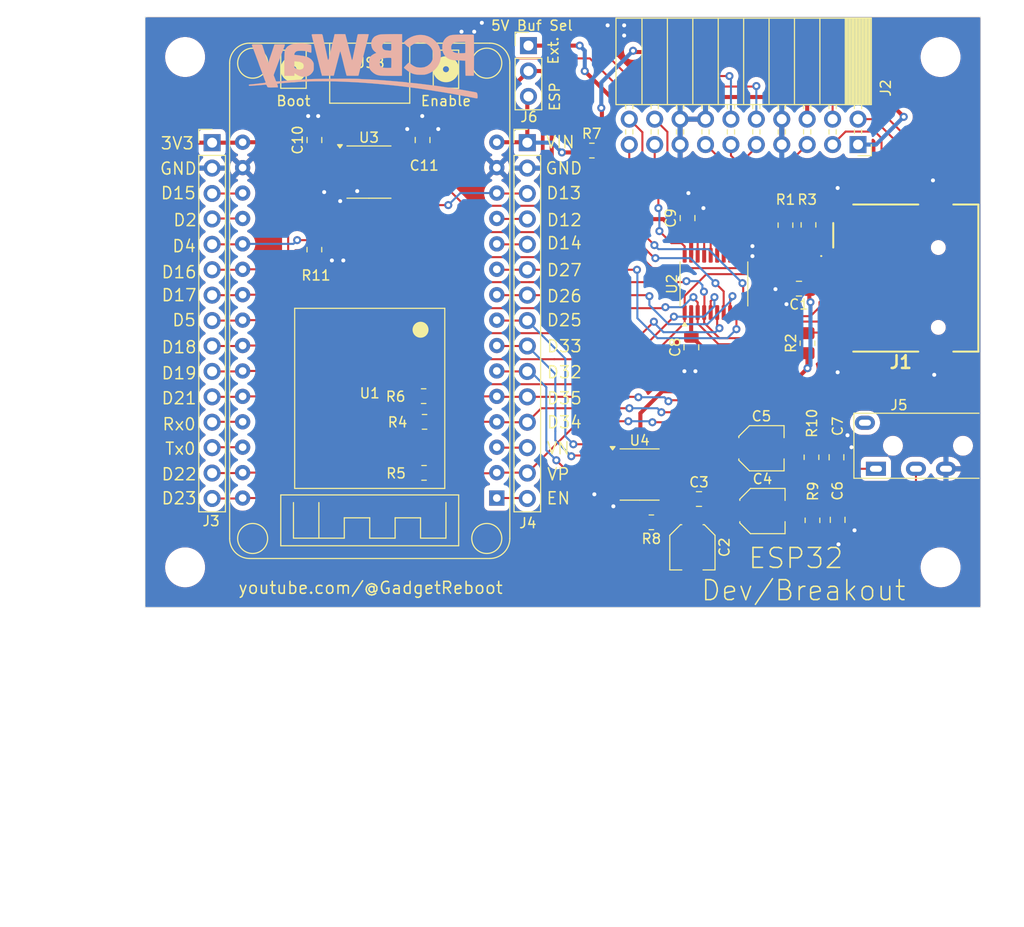
<source format=kicad_pcb>
(kicad_pcb (version 20241229) (generator "pcbnew") (generator_version "9.0")
  (layers (0 "F.Cu" signal) (2 "B.Cu" signal) (13 "F.Paste" user) (15 "B.Paste" user) (5 "F.SilkS" user "F.Silkscreen") (7 "B.SilkS" user "B.Silkscreen") (1 "F.Mask" user) (3 "B.Mask" user) (25 "Edge.Cuts" user))
  (net 0 "")
  (net 1 "GNDREF")
  (net 2 "Net-(C4-Pad2)")
  (net 3 "Net-(C5-Pad2)")
  (net 4 "+3V3")
  (net 5 "Net-(U4-VDD)")
  (net 6 "Net-(U4-LCH)")
  (net 7 "Net-(U4-RCH)")
  (net 8 "Net-(C6-Pad1)")
  (net 9 "Net-(C7-Pad1)")
  (net 10 "/D15")
  (net 11 "/D2")
  (net 12 "/D12")
  (net 13 "/D16")
  (net 14 "/D17")
  (net 15 "/Rx0")
  (net 16 "/Tx0")
  (net 17 "/EN")
  (net 18 "/D26")
  (net 19 "/D27")
  (net 20 "/D14")
  (net 21 "/D13")
  (net 22 "/~{CS}")
  (net 23 "Net-(J1-DAT1)")
  (net 24 "Net-(J1-DAT2)")
  (net 25 "/MOSI")
  (net 26 "/MISO")
  (net 27 "/SCK")
  (net 29 "/D17_5V")
  (net 31 "/ID1")
  (net 32 "/SCL_5V")
  (net 33 "/D13_5V")
  (net 34 "/MISO_5V")
  (net 35 "/D26_5V")
  (net 36 "/SDA_5V")
  (net 37 "/ID0")
  (net 38 "/D16_5V")
  (net 39 "+5V")
  (net 40 "/ID2")
  (net 41 "/D27_5V")
  (net 42 "/SCK_5V")
  (net 43 "/MOSI_5V")
  (net 44 "/SDA")
  (net 45 "/SCL")
  (net 46 "/I2S_SCK")
  (net 47 "/I2S_WS")
  (net 48 "/OE_BUF")
  (net 49 "/I2S_SD")
  (net 56 "/5V_Ext")
  (net 57 "/VIN")
  (net 58 "/5V_Main")
  (net 59 "/S_VN")
  (footprint "MountingHole:MountingHole_3.5mm" (layer "F.Cu") (at 123 122.5)
    (property "Reference" "H3" (hide yes))
    (property "Value" "MountingHole")
  )
  (footprint "MountingHole:MountingHole_3.5mm" (layer "F.Cu") (at 57.2 122.6)
    (property "Reference" "H4" (hide yes))
    (property "Value" "MountingHole")
  )
  (footprint "Resistor_SMD:R_0805_2012Metric_Pad1.20x1.40mm_HandSolder" (layer "F.Cu") (at 117.5 57.8 -90)
    (property "Reference" "R1")
    (property "Value" "10K")
  )
  (footprint "Capacitor_SMD:C_0805_2012Metric_Pad1.18x1.45mm_HandSolder" (layer "F.Cu") (at 118.85 64.15 180)
    (property "Reference" "C1")
    (property "Value" "100nF")
  )
  (footprint "Capacitor_SMD:C_Elec_4x5.4" (layer "F.Cu") (at 108.2 90 -90)
    (property "Reference" "C2")
    (property "Value" "47uF")
  )
  (footprint "Capacitor_SMD:C_Elec_4x5.4" (layer "F.Cu") (at 115.2 86.375)
    (property "Reference" "C4")
    (property "Value" "47uF")
  )
  (footprint "Capacitor_SMD:C_Elec_4x5.4" (layer "F.Cu") (at 115.1 80.100001)
    (property "Reference" "C5")
    (property "Value" "47uF")
  )
  (footprint "Capacitor_SMD:C_0805_2012Metric_Pad1.18x1.45mm_HandSolder" (layer "F.Cu") (at 122.6 81 90)
    (property "Reference" "C7")
    (property "Value" "1nF")
  )
  (footprint "Connector_PinHeader_2.54mm:PinHeader_1x15_P2.54mm_Vertical" (layer "F.Cu") (at 60.2 49.56)
    (property "Reference" "J3")
    (property "Value" "Conn_01x15")
  )
  (footprint "Connector_PinHeader_2.54mm:PinHeader_1x15_P2.54mm_Vertical" (layer "F.Cu") (at 91.700001 49.56)
    (property "Reference" "J4")
    (property "Value" "Conn_01x15")
  )
  (footprint "footprints:PJ320A" (layer "F.Cu") (at 126.54 77.1 -90)
    (property "Reference" "J5")
    (property "Value" "DAC Out")
  )
  (footprint "Resistor_SMD:R_0805_2012Metric_Pad1.20x1.40mm_HandSolder" (layer "F.Cu") (at 119.7 69.6 90)
    (property "Reference" "R2")
    (property "Value" "10K")
  )
  (footprint "Resistor_SMD:R_0805_2012Metric_Pad1.20x1.40mm_HandSolder" (layer "F.Cu") (at 119.799999 57.775 -90)
    (property "Reference" "R3")
    (property "Value" "10K")
  )
  (footprint "Resistor_SMD:R_0805_2012Metric_Pad1.20x1.40mm_HandSolder" (layer "F.Cu") (at 81.429999 77.46)
    (property "Reference" "R4")
    (property "Value" "10K")
  )
  (footprint "Resistor_SMD:R_0805_2012Metric_Pad1.20x1.40mm_HandSolder" (layer "F.Cu") (at 81.38 82.56)
    (property "Reference" "R5")
    (property "Value" "10K")
  )
  (footprint "Resistor_SMD:R_0805_2012Metric_Pad1.20x1.40mm_HandSolder" (layer "F.Cu") (at 81.34 74.89)
    (property "Reference" "R6")
    (property "Value" "10K")
  )
  (footprint "Resistor_SMD:R_0805_2012Metric_Pad1.20x1.40mm_HandSolder" (layer "F.Cu") (at 98.154 50.351)
    (property "Reference" "R7")
    (property "Value" "0r")
  )
  (footprint "Resistor_SMD:R_0805_2012Metric_Pad1.20x1.40mm_HandSolder" (layer "F.Cu") (at 104.1 87.5 180)
    (property "Reference" "R8")
    (property "Value" "10r")
  )
  (footprint "Resistor_SMD:R_0805_2012Metric_Pad1.20x1.40mm_HandSolder" (layer "F.Cu") (at 120.2 87.3 -90)
    (property "Reference" "R9")
    (property "Value" "7.5K")
  )
  (footprint "Resistor_SMD:R_0805_2012Metric_Pad1.20x1.40mm_HandSolder" (layer "F.Cu") (at 120.1 81 90)
    (property "Reference" "R10")
    (property "Value" "7.5K")
  )
  (footprint "footprints:esp32_devkit_v1_doit" (layer "F.Cu") (at 75.95 85.075 180)
    (property "Reference" "U1")
    (property "Value" "ESP32_DevKit_V1_DOIT")
  )
  (footprint "Package_SO:TSSOP-20_4.4x6.5mm_P0.65mm" (layer "F.Cu") (at 110.350001 63.675 90)
    (property "Reference" "U2")
    (property "Value" "TXS0108EPW")
  )
  (footprint "Connector_PinSocket_2.54mm:PinSocket_2x10_P2.54mm_Horizontal" (layer "F.Cu") (at 124.75 49.75 -90)
    (property "Reference" "J2")
    (property "Value" "Conn_02x10_Odd_Even")
  )
  (footprint "footprints:TFP09212B" (layer "F.Cu") (at 129.125 63.09 180)
    (property "Reference" "J1")
    (property "Value" "Micro_SD TFP09-2-12B" (hide yes))
  )
  (footprint "MountingHole:MountingHole_3.5mm" (layer "F.Cu") (at 44.35 40.45 -90)
    (property "Reference" "H1" (hide yes))
    (property "Value" "MountingHole")
  )
  (footprint "MountingHole:MountingHole_3.5mm" (layer "F.Cu") (at 123 56)
    (property "Reference" "H2" (hide yes))
    (property "Value" "MountingHole")
  )
  (footprint "Capacitor_SMD:C_0805_2012Metric_Pad1.18x1.45mm_HandSolder" (layer "F.Cu") (at 122.715 87.255 -90)
    (property "Reference" "C6")
    (property "Value" "1nF")
  )
  (footprint "Resistor_SMD:R_0805_2012Metric_Pad1.20x1.40mm_HandSolder" (layer "F.Cu") (at 70.42 60.25 -90)
    (property "Reference" "R11")
    (property "Value" "10K")
  )
  (footprint "Capacitor_SMD:C_0805_2012Metric_Pad1.18x1.45mm_HandSolder" (layer "F.Cu") (at 107.715 57.095 90)
    (property "Reference" "C9")
    (property "Value" "100nF")
  )
  (footprint "Connector_PinHeader_2.54mm:PinHeader_1x03_P2.54mm_Vertical" (layer "F.Cu") (at 91.815 39.86)
    (property "Reference" "J6")
    (property "Value" "Conn_01x03")
  )
  (footprint "Capacitor_SMD:C_0805_2012Metric_Pad1.18x1.45mm_HandSolder" (layer "F.Cu") (at 108.855 85.175)
    (property "Reference" "C3")
    (property "Value" "100nF")
  )
  (footprint "Package_SO:TSSOP-14_4.4x5mm_P0.65mm" (layer "F.Cu") (at 75.875 52.5)
    (property "Reference" "U3")
    (property "Value" "TXS0104EPW")
  )
  (footprint "Capacitor_SMD:C_0805_2012Metric_Pad1.18x1.45mm_HandSolder" (layer "F.Cu") (at 70.425 49.295 90)
    (property "Reference" "C10")
    (property "Value" "100nF")
  )
  (footprint "Capacitor_SMD:C_0805_2012Metric_Pad1.18x1.45mm_HandSolder" (layer "F.Cu") (at 81.235 49.295 90)
    (property "Reference" "C11")
    (property "Value" "100nF")
  )
  (footprint "Package_SO:SOIC-8_3.9x4.9mm_P1.27mm" (layer "F.Cu") (at 102.924999 82.725)
    (property "Reference" "U4")
    (property "Value" "PT8211")
  )
  (footprint "Capacitor_SMD:C_0805_2012Metric_Pad1.18x1.45mm_HandSolder" (layer "F.Cu") (at 108.095 70.005 -90)
    (property "Reference" "C8")
    (property "Value" "100nF")
  )
  (footprint "_Custom_Footprints:pcb way logo" (layer "B.Cu") (at 75.3 42.6 180)
    (property "Reference" "G***" (hide yes))
    (property "Value" "LOGO" (hide yes))
  )
  (gr_line (start 53.5 96) (end 53.5 37) (stroke (width 0.05)) (layer "Edge.Cuts"))
  (gr_line (start 137 96) (end 53.5 96) (stroke (width 0.05)) (layer "Edge.Cuts"))
  (gr_line (start 53.5 37) (end 137 37) (stroke (width 0.05)) (layer "Edge.Cuts"))
  (gr_line (start 137 37) (end 137 96) (stroke (width 0.05)) (layer "Edge.Cuts"))
  (gr_text "ESP32 \nDev/Breakout" (at 119.3 92.7 0) (layer "F.SilkS") (effects (font (size 2 2))))
  (gr_text "3V3\n" (at 56.725 49.625 0) (layer "F.SilkS") (effects (font (size 1.2 1.2))))
  (gr_text "GND" (at 56.825 52.15 0) (layer "F.SilkS") (effects (font (size 1.2 1.2))))
  (gr_text "GND" (at 95.35 52.125 0) (layer "F.SilkS") (effects (font (size 1.2 1.2))))
  (gr_text "VIN" (at 95 49.5 0) (layer "F.SilkS") (effects (font (size 1.2 1.2))))
  (gr_text "D13\n" (at 95.35 54.6 0) (layer "F.SilkS") (effects (font (size 1.2 1.2))))
  (gr_text "D12\n" (at 95.4 57.3 0) (layer "F.SilkS") (effects (font (size 1.2 1.2))))
  (gr_text "D14" (at 95.4 59.6 0) (layer "F.SilkS") (effects (font (size 1.2 1.2))))
  (gr_text "D27" (at 95.4 62.300001 0) (layer "F.SilkS") (effects (font (size 1.2 1.2))))
  (gr_text "D26" (at 95.4 64.9 0) (layer "F.SilkS") (effects (font (size 1.2 1.2))))
  (gr_text "D25" (at 95.4 67.299999 0) (layer "F.SilkS") (effects (font (size 1.2 1.2))))
  (gr_text "D33" (at 95.4 69.9 0) (layer "F.SilkS") (effects (font (size 1.2 1.2))))
  (gr_text "D32" (at 95.4 72.5 0) (layer "F.SilkS") (effects (font (size 1.2 1.2))))
  (gr_text "D35" (at 95.4 75.099999 0) (layer "F.SilkS") (effects (font (size 1.2 1.2))))
  (gr_text "D34" (at 95.4 77.500001 0) (layer "F.SilkS") (effects (font (size 1.2 1.2))))
  (gr_text "VN" (at 94.8 80.1 0) (layer "F.SilkS") (effects (font (size 1.2 1.2))))
  (gr_text "VP" (at 94.8 82.7 0) (layer "F.SilkS") (effects (font (size 1.2 1.2))))
  (gr_text "EN" (at 94.8 85.1 0) (layer "F.SilkS") (effects (font (size 1.2 1.2))))
  (gr_text "D15" (at 56.825 54.6 0) (layer "F.SilkS") (effects (font (size 1.2 1.2))))
  (gr_text "D2" (at 57.5 57.299999 0) (layer "F.SilkS") (effects (font (size 1.2 1.2))))
  (gr_text "D4" (at 57.4 59.9 0) (layer "F.SilkS") (effects (font (size 1.2 1.2))))
  (gr_text "D16" (at 56.9 62.500001 0) (layer "F.SilkS") (effects (font (size 1.2 1.2))))
  (gr_text "D17" (at 56.9 64.8 0) (layer "F.SilkS") (effects (font (size 1.2 1.2))))
  (gr_text "D5" (at 57.400001 67.3 0) (layer "F.SilkS") (effects (font (size 1.2 1.2))))
  (gr_text "D18" (at 56.9 70 0) (layer "F.SilkS") (effects (font (size 1.2 1.2))))
  (gr_text "D19" (at 56.900001 72.6 0) (layer "F.SilkS") (effects (font (size 1.2 1.2))))
  (gr_text "D21" (at 56.9 75.1 0) (layer "F.SilkS") (effects (font (size 1.2 1.2))))
  (gr_text "Rx0" (at 56.9 77.7 0) (layer "F.SilkS") (effects (font (size 1.2 1.2))))
  (gr_text "Tx0" (at 57.024264 80.141421 0) (layer "F.SilkS") (effects (font (size 1.2 1.2))))
  (gr_text "D22" (at 56.9 82.700001 0) (layer "F.SilkS") (effects (font (size 1.2 1.2))))
  (gr_text "D23" (at 56.9 85.1 0) (layer "F.SilkS") (effects (font (size 1.2 1.2))))
  (gr_text "youtube.com/@GadgetReboot" (at 76.04 94.05 0) (layer "F.SilkS") (effects (font (size 1.2 1.2))))
  (gr_text "5V Buf Sel" (at 92.163 37.856 0) (layer "F.SilkS") (effects (font (size 1 1))))
  (gr_text "ESP" (at 94.445 44.960001 90) (layer "F.SilkS") (effects (font (size 1 1))))
  (gr_text "Ext." (at 94.305 40.349 90) (layer "F.SilkS") (effects (font (size 1 1))))
  (via (at 99.728 37.834) (size 0.8) (drill 0.4) (layers "F.Cu" "B.Cu") (net 1))
  (via (at 122.715 54.09) (size 0.8) (drill 0.4) (layers "F.Cu" "B.Cu") (net 1))
  (via (at 73 55.4) (size 0.8) (drill 0.4) (layers "F.Cu" "B.Cu") (net 1))
  (via (at 69.8 46.9) (size 0.8) (drill 0.4) (layers "F.Cu" "B.Cu") (net 1))
  (via (at 101.379 37.834) (size 0.8) (drill 0.4) (layers "F.Cu" "B.Cu") (net 1))
  (via (at 81.2 46.9) (size 0.8) (drill 0.4) (layers "F.Cu" "B.Cu") (net 1))
  (via (at 116.5 64.2) (size 0.8) (drill 0.4) (layers "F.Cu" "B.Cu") (net 1))
  (via (at 82.8 48.2) (size 0.8) (drill 0.4) (layers "F.Cu" "B.Cu") (net 1))
  (via (at 107.8 54.6) (size 0.8) (drill 0.4) (layers "F.Cu" "B.Cu") (net 1))
  (via (at 85.123 38.469) (size 0.8) (drill 0.4) (layers "F.Cu" "B.Cu") (net 1))
  (via (at 72.169 61.329) (size 0.8) (drill 0.4) (layers "F.Cu" "B.Cu") (net 1))
  (via (at 122.715 72.505) (size 0.8) (drill 0.4) (layers "F.Cu" "B.Cu") (net 1))
  (via (at 132.24 53.328) (size 0.8) (drill 0.4) (layers "F.Cu" "B.Cu") (net 1))
  (via (at 86.393 38.469) (size 0.8) (drill 0.4) (layers "F.Cu" "B.Cu") (net 1))
  (via (at 109.3 56.1) (size 0.8) (drill 0.4) (layers "F.Cu" "B.Cu") (net 1))
  (via (at 101.379 38.85) (size 0.8) (drill 0.4) (layers "F.Cu" "B.Cu") (net 1))
  (via (at 114.2 59.9) (size 0.8) (drill 0.4) (layers "F.Cu" "B.Cu") (net 1))
  (via (at 124.4 88.3) (size 0.8) (drill 0.4) (layers "F.Cu" "B.Cu") (net 1))
  (via (at 132.367 72.759) (size 0.8) (drill 0.4) (layers "F.Cu" "B.Cu") (net 1))
  (via (at 73.312 61.329) (size 0.8) (drill 0.4) (layers "F.Cu" "B.Cu") (net 1))
  (via (at 100.3 85.9) (size 0.8) (drill 0.4) (layers "F.Cu" "B.Cu") (net 1))
  (via (at 107.4 72.4) (size 0.8) (drill 0.4) (layers "F.Cu" "B.Cu") (net 1))
  (via (at 122.8 89.7) (size 0.8) (drill 0.4) (layers "F.Cu" "B.Cu") (net 1))
  (via (at 87.155 37.58) (size 0.8) (drill 0.4) (layers "F.Cu" "B.Cu") (net 1))
  (via (at 108.5 72.4) (size 0.8) (drill 0.4) (layers "F.Cu" "B.Cu") (net 1))
  (via (at 70.8 46.9) (size 0.8) (drill 0.4) (layers "F.Cu" "B.Cu") (net 1))
  (via (at 79.7 48.2) (size 0.8) (drill 0.4) (layers "F.Cu" "B.Cu") (net 1))
  (via (at 74.7 54.4) (size 0.8) (drill 0.4) (layers "F.Cu" "B.Cu") (net 1))
  (via (at 124.1 80) (size 0.8) (drill 0.4) (layers "F.Cu" "B.Cu") (net 1))
  (via (at 123.7 78.8) (size 0.8) (drill 0.4) (layers "F.Cu" "B.Cu") (net 1))
  (via (at 71.4 54.5) (size 0.8) (drill 0.4) (layers "F.Cu" "B.Cu") (net 1))
  (via (at 117.6 65.7) (size 0.8) (drill 0.4) (layers "F.Cu" "B.Cu") (net 1))
  (via (at 98.4 84.7) (size 0.8) (drill 0.4) (layers "F.Cu" "B.Cu") (net 1))
  (via (at 114.2 60.9) (size 0.8) (drill 0.4) (layers "F.Cu" "B.Cu") (net 1))
  (segment (start 116.875 86.375) (end 116.875 87.575) (width 0.2032) (layer "F.Cu") (net 2))
  (segment (start 117.6 88.3) (end 120.2 88.3) (width 0.2032) (layer "F.Cu") (net 2))
  (segment (start 116.875 87.575) (end 117.6 88.3) (width 0.2032) (layer "F.Cu") (net 2))
  (segment (start 116.775 80.100001) (end 119.999999 80.100001) (width 0.2032) (layer "F.Cu") (net 3))
  (segment (start 119.999999 80.100001) (end 120.1 80) (width 0.2032) (layer "F.Cu") (net 3))
  (segment (start 73.0125 50.55) (end 70.6425 50.55) (width 0.4064) (layer "F.Cu") (net 4))
  (segment (start 56 84.7) (end 58.8 87.5) (width 0.4064) (layer "F.Cu") (net 4))
  (segment (start 105.2 74.4) (end 110.6 74.4) (width 0.4064) (layer "F.Cu") (net 4))
  (segment (start 56 76.3) (end 56 84.7) (width 0.4064) (layer "F.Cu") (net 4))
  (segment (start 119.897499 64.140001) (end 119.8875 64.15) (width 0.4064) (layer "F.Cu") (net 4))
  (segment (start 80.35 82.55) (end 80.35 77.475) (width 0.4064) (layer "F.Cu") (net 4))
  (segment (start 80.4 87.5) (end 103.1 87.5) (width 0.4064) (layer "F.Cu") (net 4))
  (segment (start 103 87.4) (end 103 76.6) (width 0.4064) (layer "F.Cu") (net 4))
  (segment (start 108.075001 66.5375) (end 108.075001 68.947501) (width 0.4064) (layer "F.Cu") (net 4))
  (segment (start 121.8 58.7) (end 123.4 58.7) (width 0.4064) (layer "F.Cu") (net 4))
  (segment (start 63.25 49.515) (end 66.315 49.515) (width 0.4064) (layer "F.Cu") (net 4))
  (segment (start 60.2 49.56) (end 57.54 49.56) (width 0.4064) (layer "F.Cu") (net 4))
  (segment (start 122.275 64.140001) (end 119.897499 64.140001) (width 0.4064) (layer "F.Cu") (net 4))
  (segment (start 103.1 87.5) (end 103 87.4) (width 0.4064) (layer "F.Cu") (net 4))
  (segment (start 56.1 76.2) (end 56 76.3) (width 0.4064) (layer "F.Cu") (net 4))
  (segment (start 125.2 63.1) (end 124.159999 64.140001) (width 0.4064) (layer "F.Cu") (net 4))
  (segment (start 123.4 58.7) (end 125.2 60.5) (width 0.4064) (layer "F.Cu") (net 4))
  (segment (start 119.8 64.0625) (end 119.8875 64.15) (width 0.4064) (layer "F.Cu") (net 4))
  (segment (start 119.7 72.1) (end 119.7 70.6) (width 0.4064) (layer "F.Cu") (net 4))
  (segment (start 80.4 82.6) (end 80.35 82.55) (width 0.4064) (layer "F.Cu") (net 4))
  (segment (start 56.1 51) (end 56.1 76.2) (width 0.4064) (layer "F.Cu") (net 4))
  (segment (start 108.1675 68.9675) (end 108.095 68.9675) (width 0.4064) (layer "F.Cu") (net 4))
  (segment (start 108.075001 68.947501) (end 108.095 68.9675) (width 0.4064) (layer "F.Cu") (net 4))
  (segment (start 125.2 60.5) (end 125.2 63.1) (width 0.4064) (layer "F.Cu") (net 4))
  (segment (start 80.35 77.475) (end 80.299999 77.424999) (width 0.4064) (layer "F.Cu") (net 4))
  (segment (start 103 76.6) (end 105.2 74.4) (width 0.4064) (layer "F.Cu") (net 4))
  (segment (start 60.2 49.56) (end 63.205 49.56) (width 0.4064) (layer "F.Cu") (net 4))
  (segment (start 110.6 71.4) (end 108.1675 68.9675) (width 0.4064) (layer "F.Cu") (net 4))
  (segment (start 119.8875 64.15) (end 119.8875 65.3875) (width 0.4064) (layer "F.Cu") (net 4))
  (segment (start 119.774999 56.8) (end 119.799999 56.775) (width 0.4064) (layer "F.Cu") (net 4))
  (segment (start 124.159999 64.140001) (end 122.275 64.140001) (width 0.4064) (layer "F.Cu") (net 4))
  (segment (start 57.54 49.56) (end 56.1 51) (width 0.4064) (layer "F.Cu") (net 4))
  (segment (start 80.4 87.5) (end 80.4 82.6) (width 0.4064) (layer "F.Cu") (net 4))
  (segment (start 117.5 56.8) (end 119.774999 56.8) (width 0.4064) (layer "F.Cu") (net 4))
  (segment (start 119.799999 56.775) (end 119.875 56.775) (width 0.4064) (layer "F.Cu") (net 4))
  (segment (start 70.6425 50.55) (end 70.425 50.3325) (width 0.4064) (layer "F.Cu") (net 4))
  (segment (start 58.8 87.5) (end 80.4 87.5) (width 0.4064) (layer "F.Cu") (net 4))
  (segment (start 119.875 56.775) (end 121.8 58.7) (width 0.4064) (layer "F.Cu") (net 4))
  (segment (start 119.8875 65.3875) (end 120 65.5) (width 0.4064) (layer "F.Cu") (net 4))
  (segment (start 117.4 74.4) (end 119.7 72.1) (width 0.4064) (layer "F.Cu") (net 4))
  (segment (start 110.6 74.4) (end 117.4 74.4) (width 0.4064) (layer "F.Cu") (net 4))
  (segment (start 66.315 49.515) (end 67.1325 50.3325) (width 0.4064) (layer "F.Cu") (net 4))
  (segment (start 80.299999 77.424999) (end 80.299999 74.9) (width 0.4064) (layer "F.Cu") (net 4))
  (segment (start 63.205 49.56) (end 63.25 49.515) (width 0.4064) (layer "F.Cu") (net 4))
  (segment (start 110.6 74.4) (end 110.6 71.4) (width 0.4064) (layer "F.Cu") (net 4))
  (segment (start 67.1325 50.3325) (end 70.425 50.3325) (width 0.4064) (layer "F.Cu") (net 4))
  (via (at 119.7 72.1) (size 0.8) (drill 0.4) (layers "F.Cu" "B.Cu") (net 4))
  (via (at 120 65.5) (size 0.8) (drill 0.4) (layers "F.Cu" "B.Cu") (net 4))
  (segment (start 120 65.5) (end 120 71.8) (width 0.4064) (layer "B.Cu") (net 4))
  (segment (start 120 71.8) (end 119.7 72.1) (width 0.4064) (layer "B.Cu") (net 4))
  (segment (start 105.1 87.5) (end 107.375 87.5) (width 0.4064) (layer "F.Cu") (net 5))
  (segment (start 107.8175 87.9425) (end 108.2 88.325) (width 0.4064) (layer "F.Cu") (net 5))
  (segment (start 107.8175 85.175) (end 107.8175 87.9425) (width 0.4064) (layer "F.Cu") (net 5))
  (segment (start 107.375 87.5) (end 108.2 88.325) (width 0.4064) (layer "F.Cu") (net 5))
  (segment (start 107.2725 84.63) (end 107.8175 85.175) (width 0.4064) (layer "F.Cu") (net 5))
  (segment (start 105.399999 84.63) (end 107.2725 84.63) (width 0.4064) (layer "F.Cu") (net 5))
  (segment (start 111.96 83.36) (end 113.525 84.925) (width 0.2032) (layer "F.Cu") (net 6))
  (segment (start 113.525 84.925) (end 113.525 86.375) (width 0.2032) (layer "F.Cu") (net 6))
  (segment (start 105.399999 83.36) (end 111.96 83.36) (width 0.2032) (layer "F.Cu") (net 6))
  (segment (start 110.18 80.82) (end 110.899999 80.100001) (width 0.2032) (layer "F.Cu") (net 7))
  (segment (start 105.399999 80.82) (end 110.18 80.82) (width 0.2032) (layer "F.Cu") (net 7))
  (segment (start 110.899999 80.100001) (end 113.425 80.100001) (width 0.2032) (layer "F.Cu") (net 7))
  (segment (start 122.715 86.2175) (end 127.8825 86.2175) (width 0.2032) (layer "F.Cu") (net 8))
  (segment (start 127.8825 86.2175) (end 130.54 83.56) (width 0.2032) (layer "F.Cu") (net 8))
  (segment (start 122.6325 86.3) (end 122.715 86.2175) (width 0.2032) (layer "F.Cu") (net 8))
  (segment (start 120.2 86.3) (end 122.6325 86.3) (width 0.2032) (layer "F.Cu") (net 8))
  (segment (start 130.54 83.56) (end 130.54 82.15) (width 0.2032) (layer "F.Cu") (net 8))
  (segment (start 122.5625 82) (end 122.6 82.0375) (width 0.2032) (layer "F.Cu") (net 9))
  (segment (start 120.1 82) (end 122.5625 82) (width 0.2032) (layer "F.Cu") (net 9))
  (segment (start 122.8625 82.0375) (end 122.975 82.15) (width 0.2032) (layer "F.Cu") (net 9))
  (segment (start 122.6 82.0375) (end 122.8625 82.0375) (width 0.2032) (layer "F.Cu") (net 9))
  (segment (start 122.975 82.15) (end 126.54 82.15) (width 0.2032) (layer "F.Cu") (net 9))
  (segment (start 63.205001 54.639999) (end 63.25 54.595) (width 0.2032) (layer "F.Cu") (net 10))
  (segment (start 60.2 54.639999) (end 63.205001 54.639999) (width 0.2032) (layer "F.Cu") (net 10))
  (segment (start 60.245 57.135) (end 60.2 57.18) (width 0.2032) (layer "F.Cu") (net 11))
  (segment (start 63.249999 57.135) (end 60.245 57.135) (width 0.2032) (layer "F.Cu") (net 11))
  (segment (start 88.695001 57.18) (end 88.650001 57.135) (width 0.2032) (layer "F.Cu") (net 12))
  (segment (start 91.700001 57.18) (end 88.695001 57.18) (width 0.2032) (layer "F.Cu") (net 12))
  (segment (start 67.8 60.9) (end 66.485 62.215) (width 0.2032) (layer "F.Cu") (net 13))
  (segment (start 73.0125 51.2) (end 71.6 51.2) (width 0.2032) (layer "F.Cu") (net 13))
  (segment (start 60.2 62.26) (end 63.205 62.26) (width 0.2032) (layer "F.Cu") (net 13))
  (segment (start 71.6 51.2) (end 67.8 55) (width 0.2032) (layer "F.Cu") (net 13))
  (segment (start 66.485 62.215) (end 63.25 62.215) (width 0.2032) (layer "F.Cu") (net 13))
  (segment (start 63.205 62.26) (end 63.25 62.215) (width 0.2032) (layer "F.Cu") (net 13))
  (segment (start 67.8 55) (end 67.8 60.9) (width 0.2032) (layer "F.Cu") (net 13))
  (segment (start 104.5 61.1) (end 104.4 61.1) (width 0.2032) (layer "F.Cu") (net 14))
  (segment (start 95.5 59.9) (end 94.1 58.5) (width 0.2032) (layer "F.Cu") (net 14))
  (segment (start 111.325001 64.425001) (end 111.325001 66.5375) (width 0.2032) (layer "F.Cu") (net 14))
  (segment (start 76.045 64.755) (end 63.25 64.755) (width 0.2032) (layer "F.Cu") (net 14))
  (segment (start 104.4 61.1) (end 103.2 59.9) (width 0.2032) (layer "F.Cu") (net 14))
  (segment (start 60.2 64.8) (end 63.205 64.8) (width 0.2032) (layer "F.Cu") (net 14))
  (segment (start 110.5 63.6) (end 111.325001 64.425001) (width 0.2032) (layer "F.Cu") (net 14))
  (segment (start 82.3 58.5) (end 76.045 64.755) (width 0.2032) (layer "F.Cu") (net 14))
  (segment (start 63.205 64.8) (end 63.25 64.755) (width 0.2032) (layer "F.Cu") (net 14))
  (segment (start 94.1 58.5) (end 82.3 58.5) (width 0.2032) (layer "F.Cu") (net 14))
  (segment (start 103.2 59.9) (end 95.5 59.9) (width 0.2032) (layer "F.Cu") (net 14))
  (via (at 110.5 63.6) (size 0.8) (drill 0.4) (layers "F.Cu" "B.Cu") (net 14))
  (via (at 104.5 61.1) (size 0.8) (drill 0.4) (layers "F.Cu" "B.Cu") (net 14))
  (segment (start 104.5 61.1) (end 108 61.1) (width 0.2032) (layer "B.Cu") (net 14))
  (segment (start 108 61.1) (end 110.5 63.6) (width 0.2032) (layer "B.Cu") (net 14))
  (segment (start 60.244999 77.455) (end 60.2 77.499999) (width 0.2032) (layer "F.Cu") (net 15))
  (segment (start 63.25 77.455) (end 60.244999 77.455) (width 0.2032) (layer "F.Cu") (net 15))
  (segment (start 63.249999 79.995) (end 60.245 79.995) (width 0.2032) (layer "F.Cu") (net 16))
  (segment (start 60.245 79.995) (end 60.2 80.04) (width 0.2032) (layer "F.Cu") (net 16))
  (segment (start 88.65 85.075) (end 91.655001 85.075) (width 0.2032) (layer "F.Cu") (net 17))
  (segment (start 91.655001 85.075) (end 91.700001 85.12) (width 0.2032) (layer "F.Cu") (net 17))
  (segment (start 88.695 64.8) (end 88.65 64.755) (width 0.2032) (layer "F.Cu") (net 18))
  (segment (start 111.975001 65.124999) (end 112.2 64.9) (width 0.2032) (layer "F.Cu") (net 18))
  (segment (start 103.8 64.8) (end 103.9 64.9) (width 0.2032) (layer "F.Cu") (net 18))
  (segment (start 91.700001 64.8) (end 103.8 64.8) (width 0.2032) (layer "F.Cu") (net 18))
  (segment (start 91.700001 64.8) (end 88.695 64.8) (width 0.2032) (layer "F.Cu") (net 18))
  (segment (start 111.975001 66.5375) (end 111.975001 65.124999) (width 0.2032) (layer "F.Cu") (net 18))
  (via (at 112.2 64.9) (size 0.8) (drill 0.4) (layers "F.Cu" "B.Cu") (net 18))
  (via (at 103.9 64.9) (size 0.8) (drill 0.4) (layers "F.Cu" "B.Cu") (net 18))
  (segment (start 112.2 64.9) (end 112.2 65.2) (width 0.2032) (layer "B.Cu") (net 18))
  (segment (start 112.2 65.2) (end 109.7 67.7) (width 0.2032) (layer "B.Cu") (net 18))
  (segment (start 105.8 67.7) (end 103.9 65.8) (width 0.2032) (layer "B.Cu") (net 18))
  (segment (start 109.7 67.7) (end 105.8 67.7) (width 0.2032) (layer "B.Cu") (net 18))
  (segment (start 103.9 65.8) (end 103.9 64.9) (width 0.2032) (layer "B.Cu") (net 18))
  (segment (start 88.695 62.26) (end 88.65 62.215) (width 0.2032) (layer "F.Cu") (net 19))
  (segment (start 91.700001 62.26) (end 88.695 62.26) (width 0.2032) (layer "F.Cu") (net 19))
  (segment (start 102.66 62.26) (end 91.700001 62.26) (width 0.2032) (layer "F.Cu") (net 19))
  (segment (start 112.6 66.562501) (end 112.625001 66.5375) (width 0.2032) (layer "F.Cu") (net 19))
  (segment (start 112.6 68.2) (end 112.6 66.562501) (width 0.2032) (layer "F.Cu") (net 19))
  (via (at 112.6 68.2) (size 0.8) (drill 0.4) (layers "F.Cu" "B.Cu") (net 19))
  (via (at 102.66 62.26) (size 0.8) (drill 0.4) (layers "F.Cu" "B.Cu") (net 19))
  (segment (start 102.7 62.3) (end 102.7 67.1) (width 0.2032) (layer "B.Cu") (net 19))
  (segment (start 102.7 67.1) (end 104.7 69.1) (width 0.2032) (layer "B.Cu") (net 19))
  (segment (start 104.7 69.1) (end 111.7 69.1) (width 0.2032) (layer "B.Cu") (net 19))
  (segment (start 111.7 69.1) (end 112.6 68.2) (width 0.2032) (layer "B.Cu") (net 19))
  (segment (start 102.66 62.26) (end 102.7 62.3) (width 0.2032) (layer "B.Cu") (net 19))
  (segment (start 88.695 59.72) (end 88.65 59.675) (width 0.2032) (layer "F.Cu") (net 20))
  (segment (start 91.700001 59.72) (end 88.695 59.72) (width 0.2032) (layer "F.Cu") (net 20))
  (segment (start 74.95 51.85) (end 76.4 53.3) (width 0.2032) (layer "F.Cu") (net 21))
  (segment (start 91.700001 54.639999) (end 88.694999 54.639999) (width 0.2032) (layer "F.Cu") (net 21))
  (segment (start 76.6 53.5) (end 76.6 54.7) (width 0.2032) (layer "F.Cu") (net 21))
  (segment (start 76.6 54.7) (end 76.6 55) (width 0.2032) (layer "F.Cu") (net 21))
  (segment (start 76.4 53.3) (end 76.6 53.5) (width 0.2032) (layer "F.Cu") (net 21))
  (segment (start 73.0125 51.85) (end 74.95 51.85) (width 0.2032) (layer "F.Cu") (net 21))
  (segment (start 77.3 55.7) (end 77.4 55.8) (width 0.2032) (layer "F.Cu") (net 21))
  (segment (start 88.694999 54.639999) (end 88.65 54.595) (width 0.2032) (layer "F.Cu") (net 21))
  (segment (start 76.6 55) (end 77.3 55.7) (width 0.2032) (layer "F.Cu") (net 21))
  (segment (start 77.4 55.8) (end 83.8 55.8) (width 0.2032) (layer "F.Cu") (net 21))
  (via (at 83.8 55.8) (size 0.8) (drill 0.4) (layers "F.Cu" "B.Cu") (net 21))
  (segment (start 83.8 55.8) (end 85.005 54.595) (width 0.2032) (layer "B.Cu") (net 21))
  (segment (start 85.005 54.595) (end 88.65 54.595) (width 0.2032) (layer "B.Cu") (net 21))
  (segment (start 81.9 61) (end 103.1 61) (width 0.2032) (layer "F.Cu") (net 22))
  (segment (start 63.249999 67.295) (end 75.605 67.295) (width 0.2032) (layer "F.Cu") (net 22))
  (segment (start 115.5 59.6) (end 116.3 58.8) (width 0.2032) (layer "F.Cu") (net 22))
  (segment (start 103.1 61) (end 104.2 62.1) (width 0.2032) (layer "F.Cu") (net 22))
  (segment (start 63.204998 67.340001) (end 63.249999 67.295) (width 0.2032) (layer "F.Cu") (net 22))
  (segment (start 117.5 60) (end 117.5 58.8) (width 0.2032) (layer "F.Cu") (net 22))
  (segment (start 119.44 61.94) (end 117.5 60) (width 0.2032) (layer "F.Cu") (net 22))
  (segment (start 116.3 58.8) (end 117.5 58.8) (width 0.2032) (layer "F.Cu") (net 22))
  (segment (start 115.5 60.8) (end 115.5 59.6) (width 0.2032) (layer "F.Cu") (net 22))
  (segment (start 104.2 62.1) (end 114.2 62.1) (width 0.2032) (layer "F.Cu") (net 22))
  (segment (start 60.2 67.340001) (end 63.204998 67.340001) (width 0.2032) (layer "F.Cu") (net 22))
  (segment (start 122.275 61.94) (end 119.44 61.94) (width 0.2032) (layer "F.Cu") (net 22))
  (segment (start 75.605 67.295) (end 81.9 61) (width 0.2032) (layer "F.Cu") (net 22))
  (segment (start 114.2 62.1) (end 115.5 60.8) (width 0.2032) (layer "F.Cu") (net 22))
  (segment (start 119.76 68.54) (end 119.7 68.6) (width 0.2032) (layer "F.Cu") (net 23))
  (segment (start 122.275001 68.54) (end 119.76 68.54) (width 0.2032) (layer "F.Cu") (net 23))
  (segment (start 122.275 60.175) (end 120.875 58.775) (width 0.2032) (layer "F.Cu") (net 24))
  (segment (start 122.275 60.84) (end 122.275 60.175) (width 0.2032) (layer "F.Cu") (net 24))
  (segment (start 120.875 58.775) (end 119.799999 58.775) (width 0.2032) (layer "F.Cu") (net 24))
  (segment (start 107.425001 64.874999) (end 107.425001 66.5375) (width 0.2032) (layer "F.Cu") (net 25))
  (segment (start 63.25 85.075) (end 76.425 85.075) (width 0.2032) (layer "F.Cu") (net 25))
  (segment (start 120.84 63.04) (end 120.5 62.7) (width 0.2032) (layer "F.Cu") (net 25))
  (segment (start 79.1 73.7) (end 101.3 73.7) (width 0.2032) (layer "F.Cu") (net 25))
  (segment (start 101.3 73.7) (end 107.425001 67.574999) (width 0.2032) (layer "F.Cu") (net 25))
  (segment (start 109.6 62.7) (end 107.425001 64.874999) (width 0.2032) (layer "F.Cu") (net 25))
  (segment (start 107.425001 67.574999) (end 107.425001 66.5375) (width 0.2032) (layer "F.Cu") (net 25))
  (segment (start 76.425 85.075) (end 78 83.5) (width 0.2032) (layer "F.Cu") (net 25))
  (segment (start 63.205 85.12) (end 63.25 85.075) (width 0.2032) (layer "F.Cu") (net 25))
  (segment (start 78 74.8) (end 79.1 73.7) (width 0.2032) (layer "F.Cu") (net 25))
  (segment (start 122.275 63.04) (end 120.84 63.04) (width 0.2032) (layer "F.Cu") (net 25))
  (segment (start 78 83.5) (end 78 74.8) (width 0.2032) (layer "F.Cu") (net 25))
  (segment (start 120.5 62.7) (end 109.6 62.7) (width 0.2032) (layer "F.Cu") (net 25))
  (segment (start 60.2 85.12) (end 63.205 85.12) (width 0.2032) (layer "F.Cu") (net 25))
  (segment (start 88 66.1) (end 105.4 66.1) (width 0.2032) (layer "F.Cu") (net 26))
  (segment (start 117.56 67.44) (end 115.3 69.7) (width 0.2032) (layer "F.Cu") (net 26))
  (segment (start 60.2 72.42) (end 63.205 72.42) (width 0.2032) (layer "F.Cu") (net 26))
  (segment (start 63.205 72.42) (end 63.25 72.375) (width 0.2032) (layer "F.Cu") (net 26))
  (segment (start 122.275 67.44) (end 117.56 67.44) (width 0.2032) (layer "F.Cu") (net 26))
  (segment (start 108.725001 65.525001) (end 108.725001 66.5375) (width 0.2032) (layer "F.Cu") (net 26))
  (segment (start 63.25 72.375) (end 74.825 72.375) (width 0.2032) (layer "F.Cu") (net 26))
  (segment (start 80.4 66.8) (end 81.1 66.1) (width 0.2032) (layer "F.Cu") (net 26))
  (segment (start 108.3 65.1) (end 108.725001 65.525001) (width 0.2032) (layer "F.Cu") (net 26))
  (segment (start 108.3 65) (end 108.3 65.1) (width 0.2032) (layer "F.Cu") (net 26))
  (segment (start 81.1 66.1) (end 88 66.1) (width 0.2032) (layer "F.Cu") (net 26))
  (segment (start 115.3 69.7) (end 110.8 69.7) (width 0.2032) (layer "F.Cu") (net 26))
  (segment (start 105.4 66.1) (end 105.5 66) (width 0.2032) (layer "F.Cu") (net 26))
  (segment (start 110.8 69.7) (end 108.725001 67.625001) (width 0.2032) (layer "F.Cu") (net 26))
  (segment (start 108.725001 67.625001) (end 108.725001 66.5375) (width 0.2032) (layer "F.Cu") (net 26))
  (segment (start 74.825 72.375) (end 80.4 66.8) (width 0.2032) (layer "F.Cu") (net 26))
  (via (at 108.3 65) (size 0.8) (drill 0.4) (layers "F.Cu" "B.Cu") (net 26))
  (via (at 105.5 66) (size 0.8) (drill 0.4) (layers "F.Cu" "B.Cu") (net 26))
  (segment (start 107.2 66) (end 105.5 66) (width 0.2032) (layer "B.Cu") (net 26))
  (segment (start 108.3 65) (end 108.2 65) (width 0.2032) (layer "B.Cu") (net 26))
  (segment (start 108.2 65) (end 107.2 66) (width 0.2032) (layer "B.Cu") (net 26))
  (segment (start 121.16 65.24) (end 122.275 65.24) (width 0.2032) (layer "F.Cu") (net 27))
  (segment (start 75.465 69.835) (end 81.1 64.2) (width 0.2032) (layer "F.Cu") (net 27))
  (segment (start 60.2 69.88) (end 63.205 69.88) (width 0.2032) (layer "F.Cu") (net 27))
  (segment (start 117.1 66.9) (end 120 66.9) (width 0.2032) (layer "F.Cu") (net 27))
  (segment (start 120 66.9) (end 120.9 66) (width 0.2032) (layer "F.Cu") (net 27))
  (segment (start 63.205 69.88) (end 63.25 69.835) (width 0.2032) (layer "F.Cu") (net 27))
  (segment (start 81.8 63.5) (end 91.9 63.5) (width 0.2032) (layer "F.Cu") (net 27))
  (segment (start 107.5 63.5) (end 107.6 63.4) (width 0.2032) (layer "F.Cu") (net 27))
  (segment (start 120.9 65.5) (end 121.16 65.24) (width 0.2032) (layer "F.Cu") (net 27))
  (segment (start 110.9 69.1) (end 114.9 69.1) (width 0.2032) (layer "F.Cu") (net 27))
  (segment (start 109.4 66.512501) (end 109.375001 66.5375) (width 0.2032) (layer "F.Cu") (net 27))
  (segment (start 120.9 66) (end 120.9 65.5) (width 0.2032) (layer "F.Cu") (net 27))
  (segment (start 114.9 69.1) (end 117.1 66.9) (width 0.2032) (layer "F.Cu") (net 27))
  (segment (start 81.1 64.2) (end 81.8 63.5) (width 0.2032) (layer "F.Cu") (net 27))
  (segment (start 109.375001 66.5375) (end 109.375001 67.575001) (width 0.2032) (layer "F.Cu") (net 27))
  (segment (start 109.35 64.45) (end 109.4 64.5) (width 0.2032) (layer "F.Cu") (net 27))
  (segment (start 109.4 64.5) (end 109.4 66.512501) (width 0.2032) (layer "F.Cu") (net 27))
  (segment (start 91.9 63.5) (end 107.5 63.5) (width 0.2032) (layer "F.Cu") (net 27))
  (segment (start 109.375001 67.575001) (end 110.9 69.1) (width 0.2032) (layer "F.Cu") (net 27))
  (segment (start 63.25 69.835) (end 75.465 69.835) (width 0.2032) (layer "F.Cu") (net 27))
  (via (at 109.35 64.45) (size 0.8) (drill 0.4) (layers "F.Cu" "B.Cu") (net 27))
  (via (at 107.6 63.4) (size 0.8) (drill 0.4) (layers "F.Cu" "B.Cu") (net 27))
  (segment (start 109.2 63.8) (end 108.8 63.4) (width 0.2032) (layer "B.Cu") (net 27))
  (segment (start 109.35 64.45) (end 109.2 64.3) (width 0.2032) (layer "B.Cu") (net 27))
  (segment (start 109.2 64.3) (end 109.2 63.8) (width 0.2032) (layer "B.Cu") (net 27))
  (segment (start 108.8 63.4) (end 107.6 63.4) (width 0.2032) (layer "B.Cu") (net 27))
  (segment (start 112.6 58.4) (end 112.6 51.4) (width 0.2032) (layer "F.Cu") (net 29))
  (segment (start 112.05 50.85) (end 112.05 49.75) (width 0.2032) (layer "F.Cu") (net 29))
  (segment (start 111.325001 60.8125) (end 111.325001 59.674999) (width 0.2032) (layer "F.Cu") (net 29))
  (segment (start 111.325001 59.674999) (end 112.6 58.4) (width 0.2032) (layer "F.Cu") (net 29))
  (segment (start 112.6 51.4) (end 112.05 50.85) (width 0.2032) (layer "F.Cu") (net 29))
  (segment (start 121.4 75.3) (end 127.1 69.6) (width 0.2032) (layer "F.Cu") (net 31))
  (segment (start 91.700001 74.96) (end 88.695 74.96) (width 0.2032) (layer "F.Cu") (net 31))
  (segment (start 123.51 48.45) (end 122.21 49.75) (width 0.2032) (layer "F.Cu") (net 31))
  (segment (start 82.314999 74.915) (end 82.299999 74.9) (width 0.2032) (layer "F.Cu") (net 31))
  (segment (start 88.695 74.96) (end 88.65 74.915) (width 0.2032) (layer "F.Cu") (net 31))
  (segment (start 127.1 69.6) (end 127.1 49.11) (width 0.2032) (layer "F.Cu") (net 31))
  (segment (start 105.8 75.4) (end 105.9 75.3) (width 0.2032) (layer "F.Cu") (net 31))
  (segment (start 127.1 49.11) (end 126.44 48.45) (width 0.2032) (layer "F.Cu") (net 31))
  (segment (start 102.76 74.96) (end 102.8 75) (width 0.2032) (layer "F.Cu") (net 31))
  (segment (start 105.9 75.3) (end 121.4 75.3) (width 0.2032) (layer "F.Cu") (net 31))
  (segment (start 88.65 74.915) (end 82.314999 74.915) (width 0.2032) (layer "F.Cu") (net 31))
  (segment (start 91.700001 74.96) (end 102.76 74.96) (width 0.2032) (layer "F.Cu") (net 31))
  (segment (start 126.44 48.45) (end 123.51 48.45) (width 0.2032) (layer "F.Cu") (net 31))
  (via (at 105.8 75.4) (size 0.8) (drill 0.4) (layers "F.Cu" "B.Cu") (net 31))
  (via (at 102.8 75) (size 0.8) (drill 0.4) (layers "F.Cu" "B.Cu") (net 31))
  (segment (start 105.8 75.4) (end 105.4 75) (width 0.2032) (layer "B.Cu") (net 31))
  (segment (start 105.4 75) (end 102.8 75) (width 0.2032) (layer "B.Cu") (net 31))
  (segment (start 105.7 48.48) (end 104.43 47.21) (width 0.2032) (layer "F.Cu") (net 32))
  (segment (start 111.4 58) (end 111.4 53.4) (width 0.2032) (layer "F.Cu") (net 32))
  (segment (start 110.6 52.6) (end 106.8 52.6) (width 0.2032) (layer "F.Cu") (net 32))
  (segment (start 111.4 53.4) (end 110.6 52.6) (width 0.2032) (layer "F.Cu") (net 32))
  (segment (start 105.7 51.5) (end 105.7 48.48) (width 0.2032) (layer "F.Cu") (net 32))
  (segment (start 106.8 52.6) (end 105.7 51.5) (width 0.2032) (layer "F.Cu") (net 32))
  (segment (start 110.025001 59.374999) (end 111.4 58) (width 0.2032) (layer "F.Cu") (net 32))
  (segment (start 110.025001 60.8125) (end 110.025001 59.374999) (width 0.2032) (layer "F.Cu") (net 32))
  (segment (start 76.2 47.4) (end 76.2 50.9) (width 0.2032) (layer "F.Cu") (net 33))
  (segment (start 77.15 51.85) (end 78.7375 51.85) (width 0.2032) (layer "F.Cu") (net 33))
  (segment (start 89.958 38.342) (end 83.1 45.2) (width 0.2032) (layer "F.Cu") (net 33))
  (segment (start 97.188 38.342) (end 89.958 38.342) (width 0.2032) (layer "F.Cu") (net 33))
  (segment (start 101.746 42.9) (end 97.188 38.342) (width 0.2032) (layer "F.Cu") (net 33))
  (segment (start 78.4 45.2) (end 76.2 47.4) (width 0.2032) (layer "F.Cu") (net 33))
  (segment (start 111.9 42.9) (end 101.746 42.9) (width 0.2032) (layer "F.Cu") (net 33))
  (segment (start 83.1 45.2) (end 78.4 45.2) (width 0.2032) (layer "F.Cu") (net 33))
  (segment (start 76.2 50.9) (end 77.15 51.85) (width 0.2032) (layer "F.Cu") (net 33))
  (via (at 111.9 42.9) (size 0.8) (drill 0.4) (layers "F.Cu" "B.Cu") (net 33))
  (segment (start 112.05 43.05) (end 112.05 47.21) (width 0.2032) (layer "B.Cu") (net 33))
  (segment (start 111.9 42.9) (end 112.05 43.05) (width 0.2032) (layer "B.Cu") (net 33))
  (segment (start 103.2 51.8) (end 105.2 53.8) (width 0.2032) (layer "F.Cu") (net 34))
  (segment (start 108.725001 59.074999) (end 108.725001 60.8125) (width 0.2032) (layer "F.Cu") (net 34))
  (segment (start 103.2 48.52) (end 103.2 51.8) (width 0.2032) (layer "F.Cu") (net 34))
  (segment (start 101.89 47.21) (end 103.2 48.52) (width 0.2032) (layer "F.Cu") (net 34))
  (segment (start 105.2 53.8) (end 109.6 53.8) (width 0.2032) (layer "F.Cu") (net 34))
  (segment (start 109.6 53.8) (end 110.2 54.4) (width 0.2032) (layer "F.Cu") (net 34))
  (segment (start 110.2 54.4) (end 110.2 57.6) (width 0.2032) (layer "F.Cu") (net 34))
  (segment (start 110.2 57.6) (end 108.725001 59.074999) (width 0.2032) (layer "F.Cu") (net 34))
  (segment (start 114.59 50.01) (end 114.59 49.75) (width 0.2032) (layer "F.Cu") (net 35))
  (segment (start 113.2 51.4) (end 114.59 50.01) (width 0.2032) (layer "F.Cu") (net 35))
  (segment (start 111.975001 59.824999) (end 113.2 58.6) (width 0.2032) (layer "F.Cu") (net 35))
  (segment (start 111.975001 60.8125) (end 111.975001 59.824999) (width 0.2032) (layer "F.Cu") (net 35))
  (segment (start 113.2 58.6) (end 113.2 51.4) (width 0.2032) (layer "F.Cu") (net 35))
  (segment (start 110.675001 60.8125) (end 110.675001 59.524999) (width 0.2032) (layer "F.Cu") (net 36))
  (segment (start 110.675001 59.524999) (end 112 58.2) (width 0.2032) (layer "F.Cu") (net 36))
  (segment (start 112 52.2) (end 109.55 49.75) (width 0.2032) (layer "F.Cu") (net 36))
  (segment (start 109.55 49.75) (end 109.51 49.75) (width 0.2032) (layer "F.Cu") (net 36))
  (segment (start 112 58.2) (end 112 52.2) (width 0.2032) (layer "F.Cu") (net 36))
  (segment (start 88.694999 77.499999) (end 88.65 77.455) (width 0.2032) (layer "F.Cu") (net 37))
  (segment (start 128.3 69.4) (end 128.3 49.17) (width 0.2032) (layer "F.Cu") (net 37))
  (segment (start 91.700001 77.499999) (end 88.694999 77.499999) (width 0.2032) (layer "F.Cu") (net 37))
  (segment (start 128.3 49.17) (end 126.34 47.21) (width 0.2032) (layer "F.Cu") (net 37))
  (segment (start 88.65 77.455) (end 82.37 77.455) (width 0.2032) (layer "F.Cu") (net 37))
  (segment (start 126.34 47.21) (end 124.75 47.21) (width 0.2032) (layer "F.Cu") (net 37))
  (segment (start 121.2 76.5) (end 128.3 69.4) (width 0.2032) (layer "F.Cu") (net 37))
  (segment (start 82.37 77.455) (end 82.35 77.475) (width 0.2032) (layer "F.Cu") (net 37))
  (segment (start 105.1 76.5) (end 121.2 76.5) (width 0.2032) (layer "F.Cu") (net 37))
  (segment (start 91.700001 77.499999) (end 93.1 76.1) (width 0.2032) (layer "F.Cu") (net 37))
  (segment (start 93.1 76.1) (end 101.9 76.1) (width 0.2032) (layer "F.Cu") (net 37))
  (via (at 105.1 76.5) (size 0.8) (drill 0.4) (layers "F.Cu" "B.Cu") (net 37))
  (via (at 101.9 76.1) (size 0.8) (drill 0.4) (layers "F.Cu" "B.Cu") (net 37))
  (segment (start 101.9 76.1) (end 104.7 76.1) (width 0.2032) (layer "B.Cu") (net 37))
  (segment (start 104.7 76.1) (end 105.1 76.5) (width 0.2032) (layer "B.Cu") (net 37))
  (segment (start 77.6 51.2) (end 78.7375 51.2) (width 0.2032) (layer "F.Cu") (net 38))
  (segment (start 77 50.6) (end 77.6 51.2) (width 0.2032) (layer "F.Cu") (net 38))
  (segment (start 83.725 46) (end 78.7 46) (width 0.2032) (layer "F.Cu") (net 38))
  (segment (start 78.7 46) (end 77 47.7) (width 0.2032) (layer "F.Cu") (net 38))
  (segment (start 114.54 43.95) (end 100.764 43.95) (width 0.2032) (layer "F.Cu") (net 38))
  (segment (start 114.59 43.9) (end 114.54 43.95) (width 0.2032) (layer "F.Cu") (net 38))
  (segment (start 77 47.7) (end 77 50.6) (width 0.2032) (layer "F.Cu") (net 38))
  (segment (start 97.95 41.136) (end 88.589 41.136) (width 0.2032) (layer "F.Cu") (net 38))
  (segment (start 88.589 41.136) (end 83.725 46) (width 0.2032) (layer "F.Cu") (net 38))
  (segment (start 100.764 43.95) (end 97.95 41.136) (width 0.2032) (layer "F.Cu") (net 38))
  (via (at 114.59 43.9) (size 0.8) (drill 0.4) (layers "F.Cu" "B.Cu") (net 38))
  (segment (start 114.59 43.9) (end 114.59 47.21) (width 0.2032) (layer "B.Cu") (net 38))
  (segment (start 107.715 58.1325) (end 107.6475 58.2) (width 0.4064) (layer "F.Cu") (net 39))
  (segment (start 108.115 58.6325) (end 108.115 58.5325) (width 0.4064) (layer "F.Cu") (net 39))
  (segment (start 93.11 42.4) (end 91.815 42.4) (width 0.4064) (layer "F.Cu") (net 39))
  (segment (start 106.3 58.2) (end 105.3 57.2) (width 0.4064) (layer "F.Cu") (net 39))
  (segment (start 81.2425 50.325) (end 81.235 50.3325) (width 0.4064) (layer "F.Cu") (net 39))
  (segment (start 90.076 44.184) (end 88.044 44.184) (width 0.4064) (layer "F.Cu") (net 39))
  (segment (start 91.815 42.4) (end 90.076 44.139) (width 0.4064) (layer "F.Cu") (net 39))
  (segment (start 94.14 53.54) (end 94.14 43.43) (width 0.4064) (layer "F.Cu") (net 39))
  (segment (start 88.044 44.184) (end 84.996 47.232) (width 0.4064) (layer "F.Cu") (net 39))
  (segment (start 108.115 58.5325) (end 107.715 58.1325) (width 0.4064) (layer "F.Cu") (net 39))
  (segment (start 108.075001 58.672499) (end 108.115 58.6325) (width 0.4064) (layer "F.Cu") (net 39))
  (segment (start 84.189 50.325) (end 81.2425 50.325) (width 0.4064) (layer "F.Cu") (net 39))
  (segment (start 97.8 57.2) (end 94.14 53.54) (width 0.4064) (layer "F.Cu") (net 39))
  (segment (start 108.075001 60.8125) (end 108.075001 58.672499) (width 0.4064) (layer "F.Cu") (net 39))
  (segment (start 107.6475 58.2) (end 106.3 58.2) (width 0.4064) (layer "F.Cu") (net 39))
  (segment (start 90.076 44.139) (end 90.076 44.184) (width 0.4064) (layer "F.Cu") (net 39))
  (segment (start 94.14 43.43) (end 93.11 42.4) (width 0.4064) (layer "F.Cu") (net 39))
  (segment (start 81.0175 50.55) (end 81.235 50.3325) (width 0.4064) (layer "F.Cu") (net 39))
  (segment (start 84.996 49.518) (end 84.189 50.325) (width 0.4064) (layer "F.Cu") (net 39))
  (segment (start 105.3 57.2) (end 97.8 57.2) (width 0.4064) (layer "F.Cu") (net 39))
  (segment (start 78.7375 50.55) (end 81.0175 50.55) (width 0.4064) (layer "F.Cu") (net 39))
  (segment (start 84.996 47.232) (end 84.996 49.518) (width 0.4064) (layer "F.Cu") (net 39))
  (segment (start 122.7 45.3) (end 122.21 45.79) (width 0.2032) (layer "F.Cu") (net 40))
  (segment (start 88.65 82.535) (end 91.655001 82.535) (width 0.2032) (layer "F.Cu") (net 40))
  (segment (start 121.3 77.5) (end 129.3 69.5) (width 0.2032) (layer "F.Cu") (net 40))
  (segment (start 104.2 77.5) (end 121.3 77.5) (width 0.2032) (layer "F.Cu") (net 40))
  (segment (start 129.3 69.5) (end 129.3 48.7) (width 0.2032) (layer "F.Cu") (net 40))
  (segment (start 125.9 45.3) (end 122.7 45.3) (width 0.2032) (layer "F.Cu") (net 40))
  (segment (start 91.655001 82.535) (end 91.700001 82.58) (width 0.2032) (layer "F.Cu") (net 40))
  (segment (start 129.3 48.7) (end 125.9 45.3) (width 0.2032) (layer "F.Cu") (net 40))
  (segment (start 96.880001 77.4) (end 101.8 77.4) (width 0.2032) (layer "F.Cu") (net 40))
  (segment (start 91.700001 82.58) (end 96.880001 77.4) (width 0.2032) (layer "F.Cu") (net 40))
  (segment (start 122.21 45.79) (end 122.21 47.21) (width 0.2032) (layer "F.Cu") (net 40))
  (segment (start 88.585 82.6) (end 88.65 82.535) (width 0.2032) (layer "F.Cu") (net 40))
  (segment (start 82.4 82.6) (end 88.585 82.6) (width 0.2032) (layer "F.Cu") (net 40))
  (via (at 101.8 77.4) (size 0.8) (drill 0.4) (layers "F.Cu" "B.Cu") (net 40))
  (via (at 104.2 77.5) (size 0.8) (drill 0.4) (layers "F.Cu" "B.Cu") (net 40))
  (segment (start 101.8 77.4) (end 104.1 77.4) (width 0.2032) (layer "B.Cu") (net 40))
  (segment (start 104.1 77.4) (end 104.2 77.5) (width 0.2032) (layer "B.Cu") (net 40))
  (segment (start 112.625001 59.874999) (end 113.9 58.6) (width 0.2032) (layer "F.Cu") (net 41))
  (segment (start 112.625001 60.8125) (end 112.625001 59.874999) (width 0.2032) (layer "F.Cu") (net 41))
  (segment (start 113.9 58.6) (end 113.9 53.3) (width 0.2032) (layer "F.Cu") (net 41))
  (segment (start 115.4 51.8) (end 117.6 51.8) (width 0.2032) (layer "F.Cu") (net 41))
  (segment (start 117.6 51.8) (end 117.979999 51.420001) (width 0.2032) (layer "F.Cu") (net 41))
  (segment (start 118 51.420001) (end 119.670001 49.75) (width 0.2032) (layer "F.Cu") (net 41))
  (segment (start 117.979999 51.420001) (end 118 51.420001) (width 0.2032) (layer "F.Cu") (net 41))
  (segment (start 113.9 53.3) (end 115.4 51.8) (width 0.2032) (layer "F.Cu") (net 41))
  (segment (start 110.2 53.2) (end 105.8 53.2) (width 0.2032) (layer "F.Cu") (net 42))
  (segment (start 110.8 57.8) (end 110.8 53.8) (width 0.2032) (layer "F.Cu") (net 42))
  (segment (start 109.375001 60.8125) (end 109.375001 59.224999) (width 0.2032) (layer "F.Cu") (net 42))
  (segment (start 105.8 53.2) (end 104.43 51.83) (width 0.2032) (layer "F.Cu") (net 42))
  (segment (start 110.8 53.8) (end 110.2 53.2) (width 0.2032) (layer "F.Cu") (net 42))
  (segment (start 109.375001 59.224999) (end 110.8 57.8) (width 0.2032) (layer "F.Cu") (net 42))
  (segment (start 104.43 51.83) (end 104.43 49.75) (width 0.2032) (layer "F.Cu") (net 42))
  (segment (start 101.89 51.79) (end 101.89 49.75) (width 0.2032) (layer "F.Cu") (net 43))
  (segment (start 104.8 56.1) (end 104.8 54.7) (width 0.2032) (layer "F.Cu") (net 43))
  (segment (start 106.1 59.6) (end 104.9 58.4) (width 0.2032) (layer "F.Cu") (net 43))
  (segment (start 107.425001 59.925001) (end 107.1 59.6) (width 0.2032) (layer "F.Cu") (net 43))
  (segment (start 104.8 54.7) (end 101.89 51.79) (width 0.2032) (layer "F.Cu") (net 43))
  (segment (start 107.425001 60.8125) (end 107.425001 59.925001) (width 0.2032) (layer "F.Cu") (net 43))
  (segment (start 107.1 59.6) (end 106.1 59.6) (width 0.2032) (layer "F.Cu") (net 43))
  (via (at 104.9 58.4) (size 0.8) (drill 0.4) (layers "F.Cu" "B.Cu") (net 43))
  (via (at 104.8 56.1) (size 0.8) (drill 0.4) (layers "F.Cu" "B.Cu") (net 43))
  (segment (start 104.9 58.4) (end 104.9 56.2) (width 0.2032) (layer "B.Cu") (net 43))
  (segment (start 104.9 56.2) (end 104.8 56.1) (width 0.2032) (layer "B.Cu") (net 43))
  (segment (start 60.2 74.96) (end 63.205 74.96) (width 0.2032) (layer "F.Cu") (net 44))
  (segment (start 104.35 67.45) (end 103.2 68.6) (width 0.2032) (layer "F.Cu") (net 44))
  (segment (start 74.485 74.915) (end 63.25 74.915) (width 0.2032) (layer "F.Cu") (net 44))
  (segment (start 110.675001 67.873401) (end 110.675001 66.5375) (width 0.2032) (layer "F.Cu") (net 44))
  (segment (start 103.2 68.6) (end 80.8 68.6) (width 0.2032) (layer "F.Cu") (net 44))
  (segment (start 63.205 74.96) (end 63.25 74.915) (width 0.2032) (layer "F.Cu") (net 44))
  (segment (start 80.8 68.6) (end 74.485 74.915) (width 0.2032) (layer "F.Cu") (net 44))
  (segment (start 110.9 68.0984) (end 110.675001 67.873401) (width 0.2032) (layer "F.Cu") (net 44))
  (via (at 104.35 67.45) (size 0.8) (drill 0.4) (layers "F.Cu" "B.Cu") (net 44))
  (via (at 110.9 68.0984) (size 0.8) (drill 0.4) (layers "F.Cu" "B.Cu") (net 44))
  (segment (start 105.3 68.5) (end 110.4984 68.5) (width 0.2032) (layer "B.Cu") (net 44))
  (segment (start 110.4984 68.5) (end 110.9 68.0984) (width 0.2032) (layer "B.Cu") (net 44))
  (segment (start 104.35 67.55) (end 105.3 68.5) (width 0.2032) (layer "B.Cu") (net 44))
  (segment (start 104.35 67.45) (end 104.35 67.55) (width 0.2032) (layer "B.Cu") (net 44))
  (segment (start 110.3 64.9) (end 110.3 65.125001) (width 0.2032) (layer "F.Cu") (net 45))
  (segment (start 60.2 82.58) (end 63.205 82.58) (width 0.2032) (layer "F.Cu") (net 45))
  (segment (start 76.9 81.5) (end 76.9 74.3) (width 0.2032) (layer "F.Cu") (net 45))
  (segment (start 102.1 71.2) (end 106.35 66.95) (width 0.2032) (layer "F.Cu") (net 45))
  (segment (start 63.205 82.58) (end 63.25 82.535) (width 0.2032) (layer "F.Cu") (net 45))
  (segment (start 80 71.2) (end 94.4 71.2) (width 0.2032) (layer "F.Cu") (net 45))
  (segment (start 94.4 71.2) (end 102.1 71.2) (width 0.2032) (layer "F.Cu") (net 45))
  (segment (start 110.3 65.125001) (end 110.025001 65.4) (width 0.2032) (layer "F.Cu") (net 45))
  (segment (start 63.25 82.535) (end 75.865 82.535) (width 0.2032) (layer "F.Cu") (net 45))
  (segment (start 106.5 66.8) (end 106.35 66.95) (width 0.2032) (layer "F.Cu") (net 45))
  (segment (start 76.9 74.3) (end 80 71.2) (width 0.2032) (layer "F.Cu") (net 45))
  (segment (start 110.025001 65.4) (end 110.025001 66.5375) (width 0.2032) (layer "F.Cu") (net 45))
  (segment (start 75.865 82.535) (end 76.9 81.5) (width 0.2032) (layer "F.Cu") (net 45))
  (segment (start 110.4 65) (end 110.3 64.9) (width 0.2032) (layer "F.Cu") (net 45))
  (via (at 110.4 65) (size 0.8) (drill 0.4) (layers "F.Cu" "B.Cu") (net 45))
  (via (at 106.35 66.95) (size 0.8) (drill 0.4) (layers "F.Cu" "B.Cu") (net 45))
  (segment (start 110.4 65) (end 110.4 65.9) (width 0.2032) (layer "B.Cu") (net 45))
  (segment (start 110.4 65.9) (end 109.35 66.95) (width 0.2032) (layer "B.Cu") (net 45))
  (segment (start 109.35 66.95) (end 106.35 66.95) (width 0.2032) (layer "B.Cu") (net 45))
  (segment (start 96.18 80.82) (end 100.449999 80.82) (width 0.2032) (layer "F.Cu") (net 46))
  (segment (start 91.700001 69.88) (end 88.695 69.88) (width 0.2032) (layer "F.Cu") (net 46))
  (segment (start 96.1 80.9) (end 96.18 80.82) (width 0.2032) (layer "F.Cu") (net 46))
  (segment (start 88.695 69.88) (end 88.65 69.835) (width 0.2032) (layer "F.Cu") (net 46))
  (via (at 96.1 80.9) (size 0.8) (drill 0.4) (layers "F.Cu" "B.Cu") (net 46))
  (segment (start 94.5 78.4) (end 94.5 79.3) (width 0.2032) (layer "B.Cu") (net 46))
  (segment (start 94.5 79.3) (end 96.1 80.9) (width 0.2032) (layer "B.Cu") (net 46))
  (segment (start 94.5 72.679999) (end 94.5 78.4) (width 0.2032) (layer "B.Cu") (net 46))
  (segment (start 91.700001 69.88) (end 94.5 72.679999) (width 0.2032) (layer "B.Cu") (net 46))
  (segment (start 88.695002 67.340001) (end 88.650001 67.295) (width 0.2032) (layer "F.Cu") (net 47))
  (segment (start 101.7 79.8) (end 101.6 79.7) (width 0.2032) (layer "F.Cu") (net 47))
  (segment (start 91.700001 67.340001) (end 88.695002 67.340001) (width 0.2032) (layer "F.Cu") (net 47))
  (segment (start 102.1 81.7) (end 102.1 80.2) (width 0.2032) (layer "F.Cu") (net 47))
  (segment (start 101.71 82.09) (end 102.1 81.7) (width 0.2032) (layer "F.Cu") (net 47))
  (segment (start 100.449999 82.09) (end 101.71 82.09) (width 0.2032) (layer "F.Cu") (net 47))
  (segment (start 101.6 79.7) (end 96.3 79.7) (width 0.2032) (layer "F.Cu") (net 47))
  (segment (start 102.1 80.2) (end 101.7 79.8) (width 0.2032) (layer "F.Cu") (net 47))
  (via (at 96.3 79.7) (size 0.8) (drill 0.4) (layers "F.Cu" "B.Cu") (net 47))
  (segment (start 95.5 71.14) (end 91.700001 67.340001) (width 0.2032) (layer "B.Cu") (net 47))
  (segment (start 95.5 78.9) (end 95.5 71.14) (width 0.2032) (layer "B.Cu") (net 47))
  (segment (start 96.3 79.7) (end 95.5 78.9) (width 0.2032) (layer "B.Cu") (net 47))
  (segment (start 85.631 57.265) (end 86.139 56.757) (width 0.2032) (layer "F.Cu") (net 48))
  (segment (start 113.275001 63.675001) (end 113.275001 66.5375) (width 0.2032) (layer "F.Cu") (net 48))
  (segment (start 63.205 59.72) (end 63.25 59.675) (width 0.2032) (layer "F.Cu") (net 48))
  (segment (start 104.4 59.8) (end 103.7 59.1) (width 0.2032) (layer "F.Cu") (net 48))
  (segment (start 86.139 56.757) (end 86.139 55.868) (width 0.2032) (layer "F.Cu") (net 48))
  (segment (start 103.7 59.1) (end 96.2 59.1) (width 0.2032) (layer "F.Cu") (net 48))
  (segment (start 60.2 59.72) (end 63.205 59.72) (width 0.2032) (layer "F.Cu") (net 48))
  (segment (start 86.139 55.868) (end 90.711 55.868) (width 0.2032) (layer "F.Cu") (net 48))
  (segment (start 78.7375 54.45) (end 84.05 54.45) (width 0.2032) (layer "F.Cu") (net 48))
  (segment (start 96.2 59.1) (end 92.968 55.868) (width 0.2032) (layer "F.Cu") (net 48))
  (segment (start 79.405 59.3) (end 81.44 57.265) (width 0.2032) (layer "F.Cu") (net 48))
  (segment (start 92.968 55.868) (end 90.711 55.868) (width 0.2032) (layer "F.Cu") (net 48))
  (segment (start 85.468 55.868) (end 86.139 55.868) (width 0.2032) (layer "F.Cu") (net 48))
  (segment (start 68.7 59.3) (end 79.405 59.3) (width 0.2032) (layer "F.Cu") (net 48))
  (segment (start 113.2 63.6) (end 113.275001 63.675001) (width 0.2032) (layer "F.Cu") (net 48))
  (segment (start 81.44 57.265) (end 85.631 57.265) (width 0.2032) (layer "F.Cu") (net 48))
  (segment (start 84.05 54.45) (end 85.468 55.868) (width 0.2032) (layer "F.Cu") (net 48))
  (via (at 113.2 63.6) (size 0.8) (drill 0.4) (layers "F.Cu" "B.Cu") (net 48))
  (via (at 68.7 59.3) (size 0.8) (drill 0.4) (layers "F.Cu" "B.Cu") (net 48))
  (via (at 104.4 59.8) (size 0.8) (drill 0.4) (layers "F.Cu" "B.Cu") (net 48))
  (segment (start 104.4 59.8) (end 104.8 60.2) (width 0.2032) (layer "B.Cu") (net 48))
  (segment (start 68.325 59.675) (end 63.25 59.675) (width 0.2032) (layer "B.Cu") (net 48))
  (segment (start 104.8 60.2) (end 109.8 60.2) (width 0.2032) (layer "B.Cu") (net 48))
  (segment (start 109.8 60.2) (end 113.2 63.6) (width 0.2032) (layer "B.Cu") (net 48))
  (segment (start 68.7 59.3) (end 68.325 59.675) (width 0.2032) (layer "B.Cu") (net 48))
  (segment (start 88.695 72.42) (end 88.65 72.375) (width 0.2032) (layer "F.Cu") (net 49))
  (segment (start 100.449999 83.36) (end 96.66 83.36) (width 0.2032) (layer "F.Cu") (net 49))
  (segment (start 91.700001 72.42) (end 88.695 72.42) (width 0.2032) (layer "F.Cu") (net 49))
  (segment (start 96.66 83.36) (end 94.6 81.3) (width 0.2032) (layer "F.Cu") (net 49))
  (via (at 94.6 81.3) (size 0.8) (drill 0.4) (layers "F.Cu" "B.Cu") (net 49))
  (segment (start 93.6 74) (end 92.02 72.42) (width 0.2032) (layer "B.Cu") (net 49))
  (segment (start 94.6 81.3) (end 93.6 80.3) (width 0.2032) (layer "B.Cu") (net 49))
  (segment (start 93.6 80.3) (end 93.6 74) (width 0.2032) (layer "B.Cu") (net 49))
  (segment (start 92.02 72.42) (end 91.700001 72.42) (width 0.2032) (layer "B.Cu") (net 49))
  (segment (start 100.036 45) (end 97.442 42.406) (width 0.4064) (layer "F.Cu") (net 56))
  (segment (start 96.934 39.86) (end 91.815 39.86) (width 0.4064) (layer "F.Cu") (net 56))
  (segment (start 119.67 47.21) (end 119.67 45.82) (width 0.4064) (layer "F.Cu") (net 56))
  (segment (start 119.67 45.82) (end 118.85 45) (width 0.4064) (layer "F.Cu") (net 56))
  (segment (start 118.85 45) (end 100.036 45) (width 0.4064) (layer "F.Cu") (net 56))
  (via (at 97.442 42.406) (size 0.8) (drill 0.4) (layers "F.Cu" "B.Cu") (net 56))
  (via (at 96.934 39.86) (size 0.8) (drill 0.4) (layers "F.Cu" "B.Cu") (net 56))
  (segment (start 97.442 40.368) (end 96.934 39.86) (width 0.4064) (layer "B.Cu") (net 56))
  (segment (start 97.442 42.406) (end 97.442 40.368) (width 0.4064) (layer "B.Cu") (net 56))
  (segment (start 91.700001 49.56) (end 91.700001 45.054998) (width 0.4064) (layer "F.Cu") (net 57))
  (segment (start 88.65 49.515) (end 91.655001 49.515) (width 0.4064) (layer "F.Cu") (net 57))
  (segment (start 95.156 50.534) (end 96.971 50.534) (width 0.4064) (layer "F.Cu") (net 57))
  (segment (start 91.655001 49.515) (end 91.700001 49.56) (width 0.4064) (layer "F.Cu") (net 57))
  (segment (start 91.700001 45.054998) (end 91.815 44.939999) (width 0.4064) (layer "F.Cu") (net 57))
  (segment (start 96.971 50.534) (end 97.154 50.351) (width 0.4064) (layer "F.Cu") (net 57))
  (via (at 95.156 50.534) (size 0.8) (drill 0.4) (layers "F.Cu" "B.Cu") (net 57))
  (segment (start 95.156 50.534) (end 94.182 49.56) (width 0.4064) (layer "B.Cu") (net 57))
  (segment (start 94.182 49.56) (end 91.700001 49.56) (width 0.4064) (layer "B.Cu") (net 57))
  (segment (start 102.268 40.374) (end 102.395 40.501) (width 0.4064) (layer "F.Cu") (net 58))
  (segment (start 122.842 40.501) (end 129.319 46.978) (width 0.4064) (layer "F.Cu") (net 58))
  (segment (start 99.154 50.351) (end 99.154 46.15) (width 0.4064) (layer "F.Cu") (net 58))
  (segment (start 113.698 40.501) (end 122.842 40.501) (width 0.4064) (layer "F.Cu") (net 58))
  (segment (start 102.395 40.501) (end 113.698 40.501) (width 0.4064) (layer "F.Cu") (net 58))
  (segment (start 99.154 46.15) (end 99.093 46.089) (width 0.4064) (layer "F.Cu") (net 58))
  (via (at 129.319 46.978) (size 0.8) (drill 0.4) (layers "F.Cu" "B.Cu") (net 58))
  (via (at 102.268 40.374) (size 0.8) (drill 0.4) (layers "F.Cu" "B.Cu") (net 58))
  (via (at 99.093 46.089) (size 0.8) (drill 0.4) (layers "F.Cu" "B.Cu") (net 58))
  (segment (start 129.319 46.978) (end 126.547 49.75) (width 0.4064) (layer "B.Cu") (net 58))
  (segment (start 126.547 49.75) (end 124.75 49.75) (width 0.4064) (layer "B.Cu") (net 58))
  (segment (start 99.093 46.089) (end 99.093 43.549) (width 0.4064) (layer "B.Cu") (net 58))
  (segment (start 99.093 43.549) (end 102.268 40.374) (width 0.4064) (layer "B.Cu") (net 58))
  (segment (start 88.645001 80) (end 88.650001 79.995) (width 0.2032) (layer "F.Cu") (net 59))
  (segment (start 91.700001 80.04) (end 88.695001 80.04) (width 0.2032) (layer "F.Cu") (net 59))
  (segment (start 91.655001 79.995) (end 91.700001 80.04) (width 0.2032) (layer "F.Cu") (net 59))
  (segment (start 88.695001 80.04) (end 88.650001 79.995) (width 0.2032) (layer "F.Cu") (net 59))
  (zone (net 1) (net_name "GNDREF") (layer "F.Cu") (connect_pads (clearance 0.508)) (min_thickness 0.254) (fill yes (thermal_gap 0.508) (thermal_bridge_width 0.508))
    (polygon (pts (xy 53.65 36.075) (xy 137.875 36.2375) (xy 137.773577 97.041044) (xy 53.548577 96.878544)))
  )
  (zone (net 1) (net_name "GNDREF") (layer "B.Cu") (connect_pads (clearance 0.508)) (min_thickness 0.254) (fill yes (thermal_gap 0.508) (thermal_bridge_width 0.508))
    (polygon (pts (xy 53.275 36.280115) (xy 138.2875 36.559943) (xy 138.438328 96.676485) (xy 53.425828 96.396657)))
  )
)
</source>
